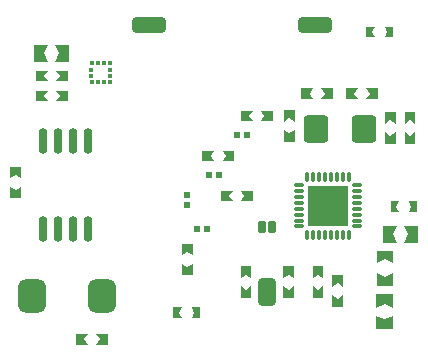
<source format=gtp>
G04 Layer_Color=8421504*
%FSLAX24Y24*%
%MOIN*%
G70*
G01*
G75*
%ADD11R,0.0217X0.0236*%
%ADD12R,0.0236X0.0217*%
G04:AMPARAMS|DCode=17|XSize=94.5mil|YSize=110.2mil|CornerRadius=23.6mil|HoleSize=0mil|Usage=FLASHONLY|Rotation=180.000|XOffset=0mil|YOffset=0mil|HoleType=Round|Shape=RoundedRectangle|*
%AMROUNDEDRECTD17*
21,1,0.0945,0.0630,0,0,180.0*
21,1,0.0472,0.1102,0,0,180.0*
1,1,0.0472,-0.0236,0.0315*
1,1,0.0472,0.0236,0.0315*
1,1,0.0472,0.0236,-0.0315*
1,1,0.0472,-0.0236,-0.0315*
%
%ADD17ROUNDEDRECTD17*%
%ADD18R,0.0118X0.0157*%
%ADD19R,0.0157X0.0118*%
G04:AMPARAMS|DCode=21|XSize=90.6mil|YSize=82.7mil|CornerRadius=12.4mil|HoleSize=0mil|Usage=FLASHONLY|Rotation=90.000|XOffset=0mil|YOffset=0mil|HoleType=Round|Shape=RoundedRectangle|*
%AMROUNDEDRECTD21*
21,1,0.0906,0.0579,0,0,90.0*
21,1,0.0657,0.0827,0,0,90.0*
1,1,0.0248,0.0289,0.0329*
1,1,0.0248,0.0289,-0.0329*
1,1,0.0248,-0.0289,-0.0329*
1,1,0.0248,-0.0289,0.0329*
%
%ADD21ROUNDEDRECTD21*%
%ADD22R,0.1358X0.1358*%
%ADD23O,0.0335X0.0110*%
%ADD24O,0.0110X0.0335*%
G04:AMPARAMS|DCode=27|XSize=43.3mil|YSize=23.6mil|CornerRadius=5.9mil|HoleSize=0mil|Usage=FLASHONLY|Rotation=270.000|XOffset=0mil|YOffset=0mil|HoleType=Round|Shape=RoundedRectangle|*
%AMROUNDEDRECTD27*
21,1,0.0433,0.0118,0,0,270.0*
21,1,0.0315,0.0236,0,0,270.0*
1,1,0.0118,-0.0059,-0.0157*
1,1,0.0118,-0.0059,0.0157*
1,1,0.0118,0.0059,0.0157*
1,1,0.0118,0.0059,-0.0157*
%
%ADD27ROUNDEDRECTD27*%
G04:AMPARAMS|DCode=28|XSize=94.5mil|YSize=59.1mil|CornerRadius=14.8mil|HoleSize=0mil|Usage=FLASHONLY|Rotation=270.000|XOffset=0mil|YOffset=0mil|HoleType=Round|Shape=RoundedRectangle|*
%AMROUNDEDRECTD28*
21,1,0.0945,0.0295,0,0,270.0*
21,1,0.0650,0.0591,0,0,270.0*
1,1,0.0295,-0.0148,-0.0325*
1,1,0.0295,-0.0148,0.0325*
1,1,0.0295,0.0148,0.0325*
1,1,0.0295,0.0148,-0.0325*
%
%ADD28ROUNDEDRECTD28*%
%ADD29O,0.0295X0.0850*%
G04:AMPARAMS|DCode=30|XSize=114.2mil|YSize=51.2mil|CornerRadius=12.8mil|HoleSize=0mil|Usage=FLASHONLY|Rotation=180.000|XOffset=0mil|YOffset=0mil|HoleType=Round|Shape=RoundedRectangle|*
%AMROUNDEDRECTD30*
21,1,0.1142,0.0256,0,0,180.0*
21,1,0.0886,0.0512,0,0,180.0*
1,1,0.0256,-0.0443,0.0128*
1,1,0.0256,0.0443,0.0128*
1,1,0.0256,0.0443,-0.0128*
1,1,0.0256,-0.0443,-0.0128*
%
%ADD30ROUNDEDRECTD30*%
G36*
X39675Y41358D02*
X39399D01*
X39478Y41535D01*
X39399Y41713D01*
X39675D01*
Y41358D01*
D02*
G37*
G36*
X38986Y41535D02*
X39065Y41358D01*
X38789D01*
Y41713D01*
X39065D01*
X38986Y41535D01*
D02*
G37*
G36*
X28878Y40532D02*
X28425D01*
X28553Y40817D01*
X28425Y41102D01*
X28878D01*
Y40532D01*
D02*
G37*
G36*
X28041Y40817D02*
X28169Y40532D01*
X27717D01*
Y41102D01*
X28169D01*
X28041Y40817D01*
D02*
G37*
G36*
X28848Y39892D02*
X28455D01*
X28573Y40069D01*
X28455Y40246D01*
X28848D01*
Y39892D01*
D02*
G37*
G36*
X28061Y40069D02*
X28179Y39892D01*
X27785D01*
Y40246D01*
X28179D01*
X28061Y40069D01*
D02*
G37*
G36*
X39173Y39301D02*
X38780D01*
X38898Y39478D01*
X38780Y39656D01*
X39173D01*
Y39301D01*
D02*
G37*
G36*
X38386Y39478D02*
X38504Y39301D01*
X38110D01*
Y39656D01*
X38504D01*
X38386Y39478D01*
D02*
G37*
G36*
X37687Y39301D02*
X37293D01*
X37411Y39478D01*
X37293Y39656D01*
X37687D01*
Y39301D01*
D02*
G37*
G36*
X36900Y39478D02*
X37018Y39301D01*
X36624D01*
Y39656D01*
X37018D01*
X36900Y39478D01*
D02*
G37*
G36*
X28848Y39222D02*
X28455D01*
X28573Y39400D01*
X28455Y39577D01*
X28848D01*
Y39222D01*
D02*
G37*
G36*
X28061Y39400D02*
X28179Y39222D01*
X27785D01*
Y39577D01*
X28179D01*
X28061Y39400D01*
D02*
G37*
G36*
X35669Y38553D02*
X35276D01*
X35394Y38730D01*
X35276Y38907D01*
X35669D01*
Y38553D01*
D02*
G37*
G36*
X34882Y38730D02*
X35000Y38553D01*
X34606D01*
Y38907D01*
X35000D01*
X34882Y38730D01*
D02*
G37*
G36*
X36398Y38543D02*
X36220Y38661D01*
X36043Y38543D01*
Y38937D01*
X36398D01*
Y38543D01*
D02*
G37*
G36*
X40423Y38465D02*
X40246Y38583D01*
X40069Y38465D01*
Y38858D01*
X40423D01*
Y38465D01*
D02*
G37*
G36*
X39764Y38465D02*
X39587Y38583D01*
X39409Y38465D01*
Y38858D01*
X39764D01*
Y38465D01*
D02*
G37*
G36*
X36398Y37874D02*
X36043D01*
Y38268D01*
X36220Y38150D01*
X36398Y38268D01*
Y37874D01*
D02*
G37*
G36*
X40423Y37795D02*
X40069D01*
Y38189D01*
X40246Y38071D01*
X40423Y38189D01*
Y37795D01*
D02*
G37*
G36*
X39764Y37795D02*
X39409D01*
Y38189D01*
X39587Y38071D01*
X39764Y38189D01*
Y37795D01*
D02*
G37*
G36*
X34390Y37215D02*
X33996D01*
X34114Y37392D01*
X33996Y37569D01*
X34390D01*
Y37215D01*
D02*
G37*
G36*
X33602Y37392D02*
X33720Y37215D01*
X33327D01*
Y37569D01*
X33720D01*
X33602Y37392D01*
D02*
G37*
G36*
X27274Y36654D02*
X27096Y36772D01*
X26919Y36654D01*
Y37047D01*
X27274D01*
Y36654D01*
D02*
G37*
G36*
Y35984D02*
X26919D01*
Y36378D01*
X27096Y36260D01*
X27274Y36378D01*
Y35984D01*
D02*
G37*
G36*
X35000Y35886D02*
X34606D01*
X34724Y36063D01*
X34606Y36240D01*
X35000D01*
Y35886D01*
D02*
G37*
G36*
X34213Y36063D02*
X34331Y35886D01*
X33937D01*
Y36240D01*
X34331D01*
X34213Y36063D01*
D02*
G37*
G36*
X40482Y35531D02*
X40207D01*
X40285Y35709D01*
X40207Y35886D01*
X40482D01*
Y35531D01*
D02*
G37*
G36*
X39794Y35709D02*
X39872Y35531D01*
X39597D01*
Y35886D01*
X39872D01*
X39794Y35709D01*
D02*
G37*
G36*
X40512Y34508D02*
X40059D01*
X40187Y34793D01*
X40059Y35079D01*
X40512D01*
Y34508D01*
D02*
G37*
G36*
X39675Y34793D02*
X39803Y34508D01*
X39350D01*
Y35079D01*
X39803D01*
X39675Y34793D01*
D02*
G37*
G36*
X33002Y34085D02*
X32825Y34203D01*
X32648Y34085D01*
Y34478D01*
X33002D01*
Y34085D01*
D02*
G37*
G36*
X39685Y33829D02*
X39409Y33957D01*
X39134Y33829D01*
Y34242D01*
X39685D01*
Y33829D01*
D02*
G37*
G36*
X33002Y33415D02*
X32648D01*
Y33809D01*
X32825Y33691D01*
X33002Y33809D01*
Y33415D01*
D02*
G37*
G36*
X39685Y33081D02*
X39134D01*
Y33494D01*
X39409Y33366D01*
X39685Y33494D01*
Y33081D01*
D02*
G37*
G36*
X36378Y33327D02*
X36201Y33445D01*
X36024Y33327D01*
Y33720D01*
X36378D01*
Y33327D01*
D02*
G37*
G36*
X34951D02*
X34774Y33445D01*
X34596Y33327D01*
Y33720D01*
X34951D01*
Y33327D01*
D02*
G37*
G36*
X37352Y33327D02*
X37175Y33445D01*
X36998Y33327D01*
Y33720D01*
X37352D01*
Y33327D01*
D02*
G37*
G36*
X38012Y33031D02*
X37835Y33150D01*
X37657Y33031D01*
Y33425D01*
X38012D01*
Y33031D01*
D02*
G37*
G36*
X36378Y32657D02*
X36024D01*
Y33051D01*
X36201Y32933D01*
X36378Y33051D01*
Y32657D01*
D02*
G37*
G36*
X34951D02*
X34596D01*
Y33051D01*
X34774Y32933D01*
X34951Y33051D01*
Y32657D01*
D02*
G37*
G36*
X37352Y32657D02*
X36998D01*
Y33051D01*
X37175Y32933D01*
X37352Y33051D01*
Y32657D01*
D02*
G37*
G36*
X38012Y32362D02*
X37657D01*
Y32756D01*
X37835Y32638D01*
X38012Y32756D01*
Y32362D01*
D02*
G37*
G36*
X39695Y32333D02*
X39409Y32461D01*
X39124Y32333D01*
Y32785D01*
X39695D01*
Y32333D01*
D02*
G37*
G36*
X33248Y31998D02*
X32972D01*
X33051Y32175D01*
X32972Y32352D01*
X33248D01*
Y31998D01*
D02*
G37*
G36*
X32559Y32175D02*
X32638Y31998D01*
X32362D01*
Y32352D01*
X32638D01*
X32559Y32175D01*
D02*
G37*
G36*
X39695Y31624D02*
X39124D01*
Y32077D01*
X39409Y31949D01*
X39695Y32077D01*
Y31624D01*
D02*
G37*
G36*
X30177Y31112D02*
X29783D01*
X29902Y31289D01*
X29783Y31467D01*
X30177D01*
Y31112D01*
D02*
G37*
G36*
X29390Y31289D02*
X29508Y31112D01*
X29114D01*
Y31467D01*
X29508D01*
X29390Y31289D01*
D02*
G37*
D11*
X33543Y36781D02*
D03*
X33878D02*
D03*
X33465Y34961D02*
D03*
X33130D02*
D03*
X34469Y38100D02*
D03*
X34803D02*
D03*
D12*
X32825Y35748D02*
D03*
Y36083D02*
D03*
D17*
X29989Y32717D02*
D03*
X27629D02*
D03*
D18*
X30236Y40492D02*
D03*
X30039D02*
D03*
X29843D02*
D03*
X29646D02*
D03*
Y39862D02*
D03*
X29843D02*
D03*
X30039D02*
D03*
X30236D02*
D03*
D19*
X29626Y40276D02*
D03*
Y40079D02*
D03*
X30256D02*
D03*
Y40276D02*
D03*
D21*
X37126Y38307D02*
D03*
X38701D02*
D03*
D22*
X37510Y35738D02*
D03*
D23*
X36535Y36427D02*
D03*
Y36230D02*
D03*
Y36033D02*
D03*
Y35837D02*
D03*
Y35640D02*
D03*
Y35443D02*
D03*
Y35246D02*
D03*
Y35049D02*
D03*
X38484D02*
D03*
Y35246D02*
D03*
Y35443D02*
D03*
Y35640D02*
D03*
Y35837D02*
D03*
Y36033D02*
D03*
Y36230D02*
D03*
Y36427D02*
D03*
D24*
X36821Y34764D02*
D03*
X37018D02*
D03*
X37215D02*
D03*
X37411D02*
D03*
X37608D02*
D03*
X37805D02*
D03*
X38002D02*
D03*
X38199D02*
D03*
Y36713D02*
D03*
X38002D02*
D03*
X37805D02*
D03*
X37608D02*
D03*
X37411D02*
D03*
X37215D02*
D03*
X37018D02*
D03*
X36821D02*
D03*
D27*
X35305Y35039D02*
D03*
X35659D02*
D03*
D28*
X35482Y32854D02*
D03*
D29*
X29502Y34961D02*
D03*
X28502D02*
D03*
X28002D02*
D03*
X29502Y37911D02*
D03*
X28502D02*
D03*
X28002D02*
D03*
X29002Y34961D02*
D03*
Y37911D02*
D03*
D30*
X31535Y41752D02*
D03*
X37087D02*
D03*
M02*

</source>
